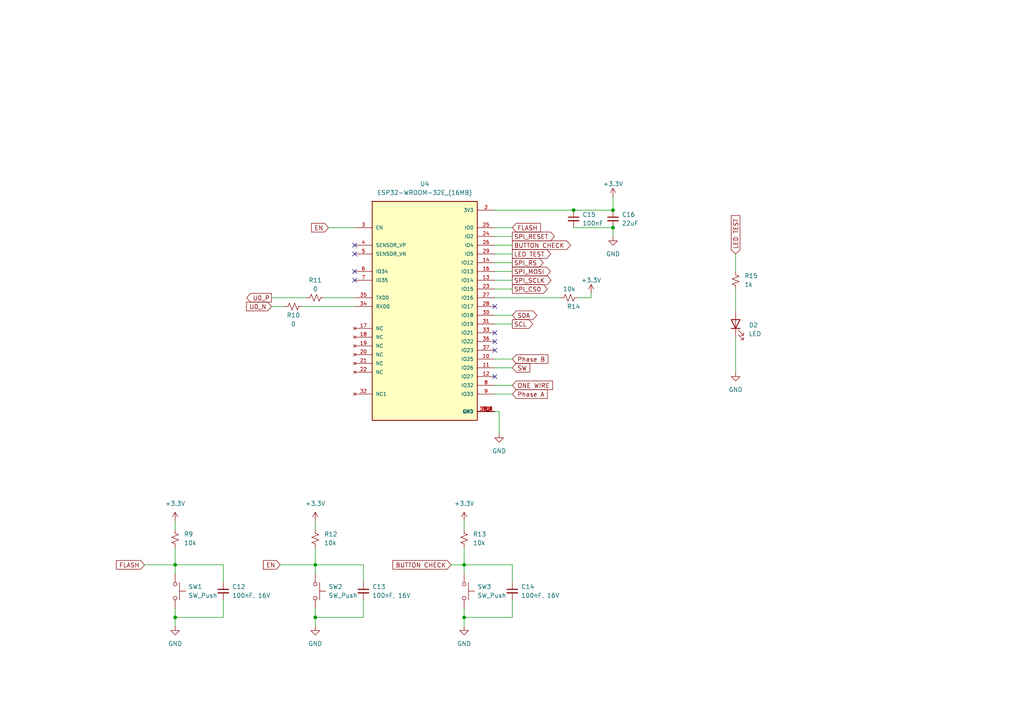
<source format=kicad_sch>
(kicad_sch (version 20230121) (generator eeschema)
  (paper "A4")
  (lib_symbols
    (symbol "Device:C_Small" (pin_numbers hide) (pin_names (offset 0.254) hide)
      (property "Reference" "C" (at 0.254 1.778 0))
      (property "Value" "C_Small" (at 0.254 -2.032 0))
      (symbol "C_Small_0_1"
        (polyline (pts (xy -1.524 -0.508) (xy 1.524 -0.508)) (stroke (width 0.3302)))
        (polyline (pts (xy -1.524 0.508) (xy 1.524 0.508)) (stroke (width 0.3048)))
      )
      (symbol "C_Small_1_1"
        (pin passive line (at 0 2.54 270) (length 2.032) (name "~") (number "1"))
        (pin passive line (at 0 -2.54 90) (length 2.032) (name "~") (number "2"))
      )
    )
    (symbol "Device:LED" (pin_numbers hide) (pin_names (offset 1.016) hide)
      (property "Reference" "D" (at 0 2.54 0))
      (property "Value" "LED" (at 0 -2.54 0))
      (symbol "LED_0_1"
        (polyline (pts (xy -1.27 -1.27) (xy -1.27 1.27)) (stroke (width 0.254)))
        (polyline (pts (xy -1.27 0) (xy 1.27 0)))
        (polyline (pts (xy 1.27 -1.27) (xy 1.27 1.27) (xy -1.27 0) (xy 1.27 -1.27)) (stroke (width 0.254)))
        (polyline (pts (xy -3.048 -0.762) (xy -4.572 -2.286) (xy -3.81 -2.286) (xy -4.572 -2.286) (xy -4.572 -1.524)))
        (polyline (pts (xy -1.778 -0.762) (xy -3.302 -2.286) (xy -2.54 -2.286) (xy -3.302 -2.286) (xy -3.302 -1.524)))
      )
      (symbol "LED_1_1"
        (pin passive line (at -3.81 0 0) (length 2.54) (name "K") (number "1"))
        (pin passive line (at 3.81 0 180) (length 2.54) (name "A") (number "2"))
      )
    )
    (symbol "Device:R_Small_US" (pin_numbers hide) (pin_names (offset 0.254) hide)
      (property "Reference" "R" (at 0.762 0.508 0))
      (property "Value" "R_Small_US" (at 0.762 -1.016 0))
      (symbol "R_Small_US_1_1"
        (polyline (pts (xy 0 0) (xy 1.016 -0.381) (xy 0 -0.762) (xy -1.016 -1.143) (xy 0 -1.524)))
        (polyline (pts (xy 0 1.524) (xy 1.016 1.143) (xy 0 0.762) (xy -1.016 0.381) (xy 0 0)))
        (pin passive line (at 0 2.54 270) (length 1.016) (name "~") (number "1"))
        (pin passive line (at 0 -2.54 90) (length 1.016) (name "~") (number "2"))
      )
    )
    (symbol "ESP32-WROOM-32E__16MB_:ESP32-WROOM-32E_(16MB)" (pin_names (offset 1.016))
      (property "Reference" "U" (at -15.24 28.829 0))
      (property "Value" "ESP32-WROOM-32E_(16MB)" (at -15.24 -33.02 0))
      (symbol "ESP32-WROOM-32E_(16MB)_0_0"
        (rectangle (start -15.24 -30.48) (end 15.24 33.02) (stroke (width 0.254)) (fill (type background)))
        (pin power_in line (at 20.32 -27.94 180) (length 5.08) (name "GND") (number "1"))
        (pin bidirectional line (at 20.32 -12.7 180) (length 5.08) (name "IO25") (number "10"))
        (pin bidirectional line (at 20.32 -15.24 180) (length 5.08) (name "IO26") (number "11"))
        (pin bidirectional line (at 20.32 -17.78 180) (length 5.08) (name "IO27") (number "12"))
        (pin bidirectional line (at 20.32 10.16 180) (length 5.08) (name "IO14") (number "13"))
        (pin bidirectional line (at 20.32 15.24 180) (length 5.08) (name "IO12") (number "14"))
        (pin power_in line (at 20.32 -27.94 180) (length 5.08) (name "GND") (number "15"))
        (pin bidirectional line (at 20.32 12.7 180) (length 5.08) (name "IO13") (number "16"))
        (pin no_connect line (at -20.32 -3.81 0) (length 5.08) (name "NC") (number "17"))
        (pin no_connect line (at -20.32 -6.35 0) (length 5.08) (name "NC") (number "18"))
        (pin no_connect line (at -20.32 -8.89 0) (length 5.08) (name "NC") (number "19"))
        (pin power_in line (at 20.32 30.48 180) (length 5.08) (name "3V3") (number "2"))
        (pin no_connect line (at -20.32 -11.43 0) (length 5.08) (name "NC") (number "20"))
        (pin no_connect line (at -20.32 -13.97 0) (length 5.08) (name "NC") (number "21"))
        (pin no_connect line (at -20.32 -16.51 0) (length 5.08) (name "NC") (number "22"))
        (pin bidirectional line (at 20.32 7.62 180) (length 5.08) (name "IO15") (number "23"))
        (pin bidirectional line (at 20.32 22.86 180) (length 5.08) (name "IO2") (number "24"))
        (pin bidirectional line (at 20.32 25.4 180) (length 5.08) (name "IO0") (number "25"))
        (pin bidirectional line (at 20.32 20.32 180) (length 5.08) (name "IO4") (number "26"))
        (pin bidirectional line (at 20.32 5.08 180) (length 5.08) (name "IO16") (number "27"))
        (pin bidirectional line (at 20.32 2.54 180) (length 5.08) (name "IO17") (number "28"))
        (pin bidirectional line (at 20.32 17.78 180) (length 5.08) (name "IO5") (number "29"))
        (pin input line (at -20.32 25.4 0) (length 5.08) (name "EN") (number "3"))
        (pin bidirectional line (at 20.32 0 180) (length 5.08) (name "IO18") (number "30"))
        (pin bidirectional line (at 20.32 -2.54 180) (length 5.08) (name "IO19") (number "31"))
        (pin no_connect line (at -20.32 -22.86 0) (length 5.08) (name "NC1") (number "32"))
        (pin bidirectional line (at 20.32 -5.08 180) (length 5.08) (name "IO21") (number "33"))
        (pin bidirectional line (at -20.32 2.54 0) (length 5.08) (name "RXD0") (number "34"))
        (pin bidirectional line (at -20.32 5.08 0) (length 5.08) (name "TXD0") (number "35"))
        (pin bidirectional line (at 20.32 -7.62 180) (length 5.08) (name "IO22") (number "36"))
        (pin bidirectional line (at 20.32 -10.16 180) (length 5.08) (name "IO23") (number "37"))
        (pin power_in line (at 20.32 -27.94 180) (length 5.08) (name "GND") (number "38"))
        (pin power_in line (at 20.32 -27.94 180) (length 5.08) (name "GND") (number "39_1"))
        (pin power_in line (at 20.32 -27.94 180) (length 5.08) (name "GND") (number "39_2"))
        (pin power_in line (at 20.32 -27.94 180) (length 5.08) (name "GND") (number "39_3"))
        (pin power_in line (at 20.32 -27.94 180) (length 5.08) (name "GND") (number "39_4"))
        (pin power_in line (at 20.32 -27.94 180) (length 5.08) (name "GND") (number "39_5"))
        (pin power_in line (at 20.32 -27.94 180) (length 5.08) (name "GND") (number "39_6"))
        (pin power_in line (at 20.32 -27.94 180) (length 5.08) (name "GND") (number "39_7"))
        (pin power_in line (at 20.32 -27.94 180) (length 5.08) (name "GND") (number "39_8"))
        (pin power_in line (at 20.32 -27.94 180) (length 5.08) (name "GND") (number "39_9"))
        (pin input line (at -20.32 20.32 0) (length 5.08) (name "SENSOR_VP") (number "4"))
        (pin input line (at -20.32 17.78 0) (length 5.08) (name "SENSOR_VN") (number "5"))
        (pin input line (at -20.32 12.7 0) (length 5.08) (name "IO34") (number "6"))
        (pin input line (at -20.32 10.16 0) (length 5.08) (name "IO35") (number "7"))
        (pin bidirectional line (at 20.32 -20.32 180) (length 5.08) (name "IO32") (number "8"))
        (pin bidirectional line (at 20.32 -22.86 180) (length 5.08) (name "IO33") (number "9"))
      )
    )
    (symbol "Switch:SW_Push" (pin_numbers hide) (pin_names (offset 1.016) hide)
      (property "Reference" "SW" (at 1.27 2.54 0))
      (property "Value" "SW_Push" (at 0 -1.524 0))
      (symbol "SW_Push_0_1"
        (circle (center -2.032 0) (radius 0.508))
        (polyline (pts (xy 0 1.27) (xy 0 3.048)))
        (polyline (pts (xy 2.54 1.27) (xy -2.54 1.27)))
        (circle (center 2.032 0) (radius 0.508))
        (pin passive line (at -5.08 0 0) (length 2.54) (name "1") (number "1"))
        (pin passive line (at 5.08 0 180) (length 2.54) (name "2") (number "2"))
      )
    )
    (symbol "power:+3.3V" (power) (pin_names (offset 0))
      (property "Value" "+3.3V" (at 0 3.556 0))
      (symbol "+3.3V_0_1"
        (polyline (pts (xy -0.762 1.27) (xy 0 2.54)))
        (polyline (pts (xy 0 0) (xy 0 2.54)))
        (polyline (pts (xy 0 2.54) (xy 0.762 1.27)))
      )
      (symbol "+3.3V_1_1"
        (pin power_in line (at 0 0 90) (length 0) hide (name "+3.3V") (number "1"))
      )
    )
    (symbol "power:GND" (power) (pin_names (offset 0))
      (property "Value" "GND" (at 0 -3.81 0))
      (symbol "GND_0_1"
        (polyline (pts (xy 0 0) (xy 0 -1.27) (xy 1.27 -1.27) (xy 0 -2.54) (xy -1.27 -1.27) (xy 0 -1.27)))
      )
      (symbol "GND_1_1"
        (pin power_in line (at 0 0 270) (length 0) hide (name "GND") (number "1"))
      )
    )
  )
  (junction (at 177.8 60.96))
  (junction (at 177.8 66.04))
  (junction (at 50.8 179.07))
  (junction (at 134.62 163.83))
  (junction (at 91.44 179.07))
  (junction (at 50.8 163.83))
  (junction (at 91.44 163.83))
  (junction (at 134.62 179.07))
  (junction (at 166.37 60.96))
  (no_connect (at 102.87 81.28))
  (no_connect (at 143.51 99.06))
  (no_connect (at 102.87 78.74))
  (no_connect (at 102.87 71.12))
  (no_connect (at 143.51 88.9))
  (no_connect (at 143.51 96.52))
  (no_connect (at 102.87 73.66))
  (no_connect (at 143.51 101.6))
  (no_connect (at 143.51 109.22))
  (wire (pts (xy 148.59 71.12) (xy 143.51 71.12)))
  (wire (pts (xy 166.37 66.04) (xy 177.8 66.04)))
  (wire (pts (xy 78.74 86.36) (xy 88.9 86.36)))
  (wire (pts (xy 87.63 88.9) (xy 102.87 88.9)))
  (wire (pts (xy 134.62 179.07) (xy 134.62 181.61)))
  (wire (pts (xy 50.8 179.07) (xy 64.77 179.07)))
  (wire (pts (xy 91.44 151.13) (xy 91.44 153.67)))
  (wire (pts (xy 143.51 81.28) (xy 148.59 81.28)))
  (wire (pts (xy 130.81 163.83) (xy 134.62 163.83)))
  (wire (pts (xy 143.51 78.74) (xy 148.59 78.74)))
  (wire (pts (xy 213.36 73.66) (xy 213.36 78.74)))
  (wire (pts (xy 50.8 176.53) (xy 50.8 179.07)))
  (wire (pts (xy 64.77 168.91) (xy 64.77 163.83)))
  (wire (pts (xy 81.28 163.83) (xy 91.44 163.83)))
  (wire (pts (xy 91.44 163.83) (xy 105.41 163.83)))
  (wire (pts (xy 143.51 111.76) (xy 148.59 111.76)))
  (wire (pts (xy 143.51 93.98) (xy 148.59 93.98)))
  (wire (pts (xy 143.51 86.36) (xy 162.56 86.36)))
  (wire (pts (xy 177.8 57.15) (xy 177.8 60.96)))
  (wire (pts (xy 50.8 179.07) (xy 50.8 181.61)))
  (wire (pts (xy 91.44 179.07) (xy 91.44 181.61)))
  (wire (pts (xy 134.62 151.13) (xy 134.62 153.67)))
  (wire (pts (xy 105.41 173.99) (xy 105.41 179.07)))
  (wire (pts (xy 177.8 66.04) (xy 177.8 68.58)))
  (wire (pts (xy 91.44 179.07) (xy 105.41 179.07)))
  (wire (pts (xy 105.41 168.91) (xy 105.41 163.83)))
  (wire (pts (xy 93.98 86.36) (xy 102.87 86.36)))
  (wire (pts (xy 143.51 76.2) (xy 148.59 76.2)))
  (wire (pts (xy 134.62 163.83) (xy 148.59 163.83)))
  (wire (pts (xy 50.8 163.83) (xy 64.77 163.83)))
  (wire (pts (xy 213.36 83.82) (xy 213.36 90.17)))
  (wire (pts (xy 171.45 86.36) (xy 171.45 85.09)))
  (wire (pts (xy 134.62 163.83) (xy 134.62 166.37)))
  (wire (pts (xy 91.44 158.75) (xy 91.44 163.83)))
  (wire (pts (xy 143.51 114.3) (xy 148.59 114.3)))
  (wire (pts (xy 148.59 173.99) (xy 148.59 179.07)))
  (wire (pts (xy 143.51 60.96) (xy 166.37 60.96)))
  (wire (pts (xy 148.59 91.44) (xy 143.51 91.44)))
  (wire (pts (xy 91.44 176.53) (xy 91.44 179.07)))
  (wire (pts (xy 166.37 60.96) (xy 177.8 60.96)))
  (wire (pts (xy 134.62 176.53) (xy 134.62 179.07)))
  (wire (pts (xy 64.77 173.99) (xy 64.77 179.07)))
  (wire (pts (xy 95.25 66.04) (xy 102.87 66.04)))
  (wire (pts (xy 78.74 88.9) (xy 82.55 88.9)))
  (wire (pts (xy 91.44 163.83) (xy 91.44 166.37)))
  (wire (pts (xy 143.51 68.58) (xy 148.59 68.58)))
  (wire (pts (xy 41.91 163.83) (xy 50.8 163.83)))
  (wire (pts (xy 148.59 168.91) (xy 148.59 163.83)))
  (wire (pts (xy 50.8 158.75) (xy 50.8 163.83)))
  (wire (pts (xy 143.51 73.66) (xy 148.59 73.66)))
  (wire (pts (xy 144.78 119.38) (xy 144.78 125.73)))
  (wire (pts (xy 143.51 119.38) (xy 144.78 119.38)))
  (wire (pts (xy 134.62 179.07) (xy 148.59 179.07)))
  (wire (pts (xy 143.51 66.04) (xy 148.59 66.04)))
  (wire (pts (xy 50.8 151.13) (xy 50.8 153.67)))
  (wire (pts (xy 213.36 97.79) (xy 213.36 107.95)))
  (wire (pts (xy 167.64 86.36) (xy 171.45 86.36)))
  (wire (pts (xy 134.62 158.75) (xy 134.62 163.83)))
  (wire (pts (xy 143.51 83.82) (xy 148.59 83.82)))
  (wire (pts (xy 143.51 104.14) (xy 148.59 104.14)))
  (wire (pts (xy 143.51 106.68) (xy 148.59 106.68)))
  (wire (pts (xy 50.8 163.83) (xy 50.8 166.37)))
  (global_label "BUTTON CHECK" (shape output) (at 148.59 71.12 0) (property "Intersheetrefs" "${INTERSHEET_REFS}" (effects hide)))
  (global_label "SDA" (shape bidirectional) (at 148.59 91.44 0) (property "Intersheetrefs" "${INTERSHEET_REFS}" (effects hide)))
  (global_label "SPI_RESET" (shape output) (at 148.59 68.58 0) (property "Intersheetrefs" "${INTERSHEET_REFS}" (effects hide)))
  (global_label "SW" (shape input) (at 148.59 106.68 0) (property "Intersheetrefs" "${INTERSHEET_REFS}" (effects hide)))
  (global_label "SPI_CS0" (shape output) (at 148.59 83.82 0) (property "Intersheetrefs" "${INTERSHEET_REFS}" (effects hide)))
  (global_label "SPI_RS" (shape output) (at 148.59 76.2 0) (property "Intersheetrefs" "${INTERSHEET_REFS}" (effects hide)))
  (global_label "FLASH" (shape input) (at 41.91 163.83 180) (property "Intersheetrefs" "${INTERSHEET_REFS}" (effects hide)))
  (global_label "FLASH" (shape input) (at 148.59 66.04 0) (property "Intersheetrefs" "${INTERSHEET_REFS}" (effects hide)))
  (global_label "SPI_MOSI" (shape output) (at 148.59 78.74 0) (property "Intersheetrefs" "${INTERSHEET_REFS}" (effects hide)))
  (global_label "LED TEST" (shape output) (at 148.59 73.66 0) (property "Intersheetrefs" "${INTERSHEET_REFS}" (effects hide)))
  (global_label "ONE WIRE" (shape input) (at 148.59 111.76 0) (property "Intersheetrefs" "${INTERSHEET_REFS}" (effects hide)))
  (global_label "U0_P" (shape output) (at 78.74 86.36 180) (property "Intersheetrefs" "${INTERSHEET_REFS}" (effects hide)))
  (global_label "Phase A" (shape input) (at 148.59 114.3 0) (property "Intersheetrefs" "${INTERSHEET_REFS}" (effects hide)))
  (global_label "SPI_SCLK" (shape output) (at 148.59 81.28 0) (property "Intersheetrefs" "${INTERSHEET_REFS}" (effects hide)))
  (global_label "Phase B" (shape input) (at 148.59 104.14 0) (property "Intersheetrefs" "${INTERSHEET_REFS}" (effects hide)))
  (global_label "SCL" (shape output) (at 148.59 93.98 0) (property "Intersheetrefs" "${INTERSHEET_REFS}" (effects hide)))
  (global_label "EN" (shape input) (at 95.25 66.04 180) (property "Intersheetrefs" "${INTERSHEET_REFS}" (effects hide)))
  (global_label "LED TEST" (shape input) (at 213.36 73.66 90) (property "Intersheetrefs" "${INTERSHEET_REFS}" (effects hide)))
  (global_label "U0_N" (shape input) (at 78.74 88.9 180) (property "Intersheetrefs" "${INTERSHEET_REFS}" (effects hide)))
  (global_label "BUTTON CHECK" (shape input) (at 130.81 163.83 180) (property "Intersheetrefs" "${INTERSHEET_REFS}" (effects hide)))
  (global_label "EN" (shape input) (at 81.28 163.83 180) (property "Intersheetrefs" "${INTERSHEET_REFS}" (effects hide)))
  (symbol (lib_id "Switch:SW_Push") (at 50.8 171.45 270) (unit 1)
    (property "Reference" "SW1" (at 54.61 170.18 90) (effects (justify left)))
    (property "Value" "SW_Push" (at 54.61 172.72 90) (effects (justify left)))
    (property "Footprint" "Button_Switch_SMD:SW_Tactile_SPST_NO_Straight_CK_PTS636Sx25SMTRLFS" (effects hide))
  )
  (symbol (lib_id "power:+3.3V") (at 91.44 151.13 0) (unit 1)
    (property "Reference" "#PWR025" (effects hide))
    (property "Value" "+3.3V" (at 91.44 146.05 0))
  )
  (symbol (lib_id "power:+3.3V") (at 50.8 151.13 0) (unit 1)
    (property "Reference" "#PWR023" (effects hide))
    (property "Value" "+3.3V" (at 50.8 146.05 0))
  )
  (symbol (lib_id "Device:R_Small_US") (at 91.44 156.21 0) (unit 1)
    (property "Reference" "R12" (at 93.98 154.94 0) (effects (justify left)))
    (property "Value" "10k" (at 93.98 157.48 0) (effects (justify left)))
    (property "Footprint" "Resistor_SMD:R_0805_2012Metric_Pad1.20x1.40mm_HandSolder" (effects hide))
  )
  (symbol (lib_id "Device:C_Small") (at 166.37 63.5 0) (unit 1)
    (property "Reference" "C15" (at 168.91 62.2363 0) (effects (justify left)))
    (property "Value" "100nF" (at 168.91 64.7763 0) (effects (justify left)))
    (property "Footprint" "Capacitor_SMD:C_0805_2012Metric_Pad1.18x1.45mm_HandSolder" (effects hide))
  )
  (symbol (lib_id "power:+3.3V") (at 134.62 151.13 0) (unit 1)
    (property "Reference" "#PWR027" (effects hide))
    (property "Value" "+3.3V" (at 134.62 146.05 0))
  )
  (symbol (lib_id "Device:C_Small") (at 64.77 171.45 0) (unit 1)
    (property "Reference" "C12" (at 67.31 170.1863 0) (effects (justify left)))
    (property "Value" "100nF, 16V" (at 67.31 172.7263 0) (effects (justify left)))
    (property "Footprint" "Capacitor_SMD:C_0805_2012Metric_Pad1.18x1.45mm_HandSolder" (effects hide))
  )
  (symbol (lib_id "power:+3.3V") (at 171.45 85.09 0) (unit 1)
    (property "Reference" "#PWR030" (effects hide))
    (property "Value" "+3.3V" (at 171.45 81.28 0))
  )
  (symbol (lib_id "Device:C_Small") (at 105.41 171.45 0) (unit 1)
    (property "Reference" "C13" (at 107.95 170.1863 0) (effects (justify left)))
    (property "Value" "100nF, 16V" (at 107.95 172.7263 0) (effects (justify left)))
    (property "Footprint" "Capacitor_SMD:C_0805_2012Metric_Pad1.18x1.45mm_HandSolder" (effects hide))
  )
  (symbol (lib_id "power:+3.3V") (at 177.8 57.15 0) (unit 1)
    (property "Reference" "#PWR031" (effects hide))
    (property "Value" "+3.3V" (at 177.8 53.34 0))
  )
  (symbol (lib_id "Device:R_Small_US") (at 91.44 86.36 90) (unit 1)
    (property "Reference" "R11" (at 91.44 81.28 90))
    (property "Value" "0" (at 91.44 83.82 90))
    (property "Footprint" "Resistor_SMD:R_0805_2012Metric_Pad1.20x1.40mm_HandSolder" (effects hide))
  )
  (symbol (lib_id "Device:R_Small_US") (at 134.62 156.21 0) (unit 1)
    (property "Reference" "R13" (at 137.16 154.94 0) (effects (justify left)))
    (property "Value" "10k" (at 137.16 157.48 0) (effects (justify left)))
    (property "Footprint" "Resistor_SMD:R_0805_2012Metric_Pad1.20x1.40mm_HandSolder" (effects hide))
  )
  (symbol (lib_id "Switch:SW_Push") (at 91.44 171.45 270) (unit 1)
    (property "Reference" "SW2" (at 95.25 170.18 90) (effects (justify left)))
    (property "Value" "SW_Push" (at 95.25 172.72 90) (effects (justify left)))
    (property "Footprint" "Button_Switch_SMD:SW_Tactile_SPST_NO_Straight_CK_PTS636Sx25SMTRLFS" (effects hide))
  )
  (symbol (lib_id "Device:R_Small_US") (at 50.8 156.21 0) (unit 1)
    (property "Reference" "R9" (at 53.34 154.94 0) (effects (justify left)))
    (property "Value" "10k" (at 53.34 157.48 0) (effects (justify left)))
    (property "Footprint" "Resistor_SMD:R_0805_2012Metric_Pad1.20x1.40mm_HandSolder" (effects hide))
  )
  (symbol (lib_id "power:GND") (at 134.62 181.61 0) (unit 1)
    (property "Reference" "#PWR028" (effects hide))
    (property "Value" "GND" (at 134.62 186.69 0))
  )
  (symbol (lib_id "power:GND") (at 213.36 107.95 0) (unit 1)
    (property "Reference" "#PWR033" (effects hide))
    (property "Value" "GND" (at 213.36 113.03 0))
  )
  (symbol (lib_id "Device:LED") (at 213.36 93.98 90) (unit 1)
    (property "Reference" "D2" (at 217.17 94.2975 90) (effects (justify right)))
    (property "Value" "LED" (at 217.17 96.8375 90) (effects (justify right)))
    (property "Footprint" "LED_SMD:LED_0805_2012Metric_Pad1.15x1.40mm_HandSolder" (effects hide))
    (instances (project "19-6-2023_WeatherStation_QuocThang_V1" (path "" (reference "D2") (unit 1)) (path "" (reference "D4") (unit 1))))
  )
  (symbol (lib_id "ESP32-WROOM-32E__16MB_:ESP32-WROOM-32E_(16MB)") (at 123.19 91.44 0) (unit 1)
    (property "Reference" "U4" (at 123.19 53.34 0))
    (property "Value" "ESP32-WROOM-32E_(16MB)" (at 123.19 55.88 0))
    (property "Footprint" "ESP32_WROOM_32E:XCVR_ESP32-WROOM-32E_(16MB)" (effects hide))
    (property "PARTREV" "1.4" (effects hide))
    (property "MANUFACTURER" "Espressif Systems" (effects hide))
    (property "MAXIMUM_PACKAGE_HEIGHT" "3.25mm" (effects hide))
    (property "STANDARD" "Manufacturer Recommendations" (effects hide))
  )
  (symbol (lib_id "Switch:SW_Push") (at 134.62 171.45 270) (unit 1)
    (property "Reference" "SW3" (at 138.43 170.18 90) (effects (justify left)))
    (property "Value" "SW_Push" (at 138.43 172.72 90) (effects (justify left)))
    (property "Footprint" "Button_Switch_SMD:SW_Tactile_SPST_NO_Straight_CK_PTS636Sx25SMTRLFS" (effects hide))
  )
  (symbol (lib_id "power:GND") (at 177.8 68.58 0) (unit 1)
    (property "Reference" "#PWR032" (effects hide))
    (property "Value" "GND" (at 177.8 73.66 0))
  )
  (symbol (lib_id "Device:R_Small_US") (at 165.1 86.36 90) (unit 1)
    (property "Reference" "R14" (at 166.37 88.9 90))
    (property "Value" "10k" (at 165.1 83.82 90))
    (property "Footprint" "Resistor_SMD:R_0805_2012Metric_Pad1.20x1.40mm_HandSolder" (effects hide))
  )
  (symbol (lib_id "Device:C_Small") (at 148.59 171.45 0) (unit 1)
    (property "Reference" "C14" (at 151.13 170.1863 0) (effects (justify left)))
    (property "Value" "100nF, 16V" (at 151.13 172.7263 0) (effects (justify left)))
    (property "Footprint" "Capacitor_SMD:C_0805_2012Metric_Pad1.18x1.45mm_HandSolder" (effects hide))
  )
  (symbol (lib_id "Device:C_Small") (at 177.8 63.5 0) (unit 1)
    (property "Reference" "C16" (at 180.34 62.2363 0) (effects (justify left)))
    (property "Value" "22uF" (at 180.34 64.7763 0) (effects (justify left)))
    (property "Footprint" "Capacitor_SMD:C_0805_2012Metric_Pad1.18x1.45mm_HandSolder" (effects hide))
  )
  (symbol (lib_id "Device:R_Small_US") (at 85.09 88.9 90) (unit 1)
    (property "Reference" "R10" (at 85.09 91.44 90))
    (property "Value" "0" (at 85.09 93.98 90))
    (property "Footprint" "Resistor_SMD:R_0805_2012Metric_Pad1.20x1.40mm_HandSolder" (effects hide))
  )
  (symbol (lib_id "power:GND") (at 50.8 181.61 0) (unit 1)
    (property "Reference" "#PWR024" (effects hide))
    (property "Value" "GND" (at 50.8 186.69 0))
  )
  (symbol (lib_id "power:GND") (at 144.78 125.73 0) (unit 1)
    (property "Reference" "#PWR029" (effects hide))
    (property "Value" "GND" (at 144.78 130.81 0))
  )
  (symbol (lib_id "Device:R_Small_US") (at 213.36 81.28 0) (unit 1)
    (property "Reference" "R15" (at 215.9 80.01 0) (effects (justify left)))
    (property "Value" "1k" (at 215.9 82.55 0) (effects (justify left)))
    (property "Footprint" "Resistor_SMD:R_0805_2012Metric_Pad1.20x1.40mm_HandSolder" (effects hide))
  )
  (symbol (lib_id "power:GND") (at 91.44 181.61 0) (unit 1)
    (property "Reference" "#PWR026" (effects hide))
    (property "Value" "GND" (at 91.44 186.69 0))
  )
)
</source>
